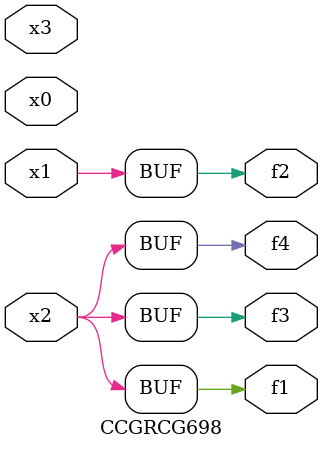
<source format=v>
module CCGRCG698(
	input x0, x1, x2, x3,
	output f1, f2, f3, f4
);
	assign f1 = x2;
	assign f2 = x1;
	assign f3 = x2;
	assign f4 = x2;
endmodule

</source>
